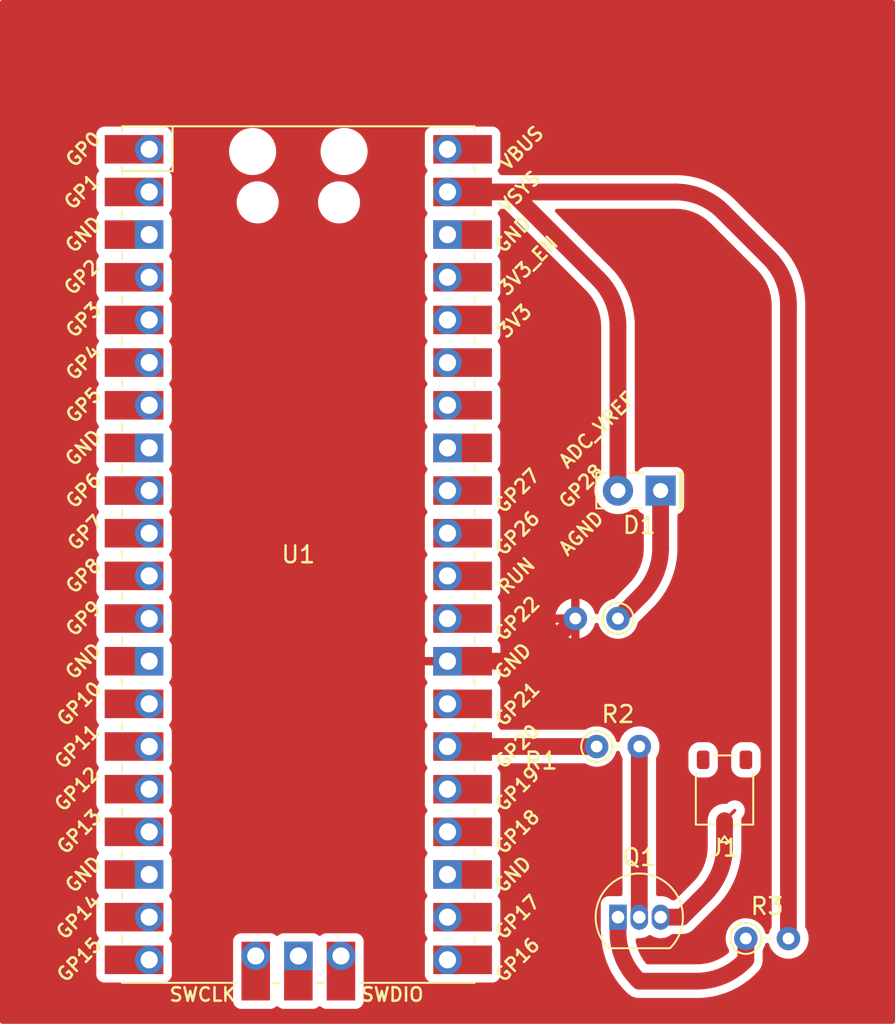
<source format=kicad_pcb>
(kicad_pcb (version 20240108) (generator "pcbnew") (generator_version "8.0")
  (layers (0 "F.Cu" signal) (31 "B.Cu" signal) (34 "B.Paste" user) (35 "F.Paste" user) (36 "B.SilkS" user "B.Silkscreen") (37 "F.SilkS" user "F.Silkscreen") (38 "B.Mask" user) (39 "F.Mask" user) (44 "Edge.Cuts" user))
  (net 0 "")
  (net 1 "Net-(J1-Pin_1)")
  (net 2 "Net-(Q1-B)")
  (net 3 "Net-(U1-GPIO20)")
  (net 33 "Net-(D1-K)")
  (net 44 "VCC")
  (net 45 "GND")
  (net 48 "Net-(Q1-C)")
  (footprint "LED_THT:LED_Rectangular_W5.0mm_H2.0mm" (layer "F.Cu") (at 100.33 109.22 180)
    (property "Reference" "D1" (at 1.27 -2.06 180) (layer "F.SilkS"))
    (property "Value" "LED")
    (fp_line (start 3.83 -1.06) (end 3.83 1.06) (stroke (width 0.12)) (layer "F.SilkS"))
    (fp_line (start 3.27 1.06) (end 3.83 1.06) (stroke (width 0.12)) (layer "F.SilkS"))
    (fp_line (start 3.27 -1.06) (end 3.83 -1.06) (stroke (width 0.12)) (layer "F.SilkS"))
    (fp_line (start 1.08 1.06) (end 1.811 1.06) (stroke (width 0.12)) (layer "F.SilkS"))
    (fp_line (start 1.08 -1.06) (end 1.811 -1.06) (stroke (width 0.12)) (layer "F.SilkS"))
    (fp_line (start -1.17 -1.06) (end -1.17 1.06) (stroke (width 0.12)) (layer "F.SilkS"))
    (fp_line (start -1.29 1.06) (end -1.08 1.06) (stroke (width 0.12)) (layer "F.SilkS"))
    (fp_line (start -1.29 -1.06) (end -1.08 -1.06) (stroke (width 0.12)) (layer "F.SilkS"))
    (fp_line (start -1.29 -1.06) (end -1.29 1.06) (stroke (width 0.12)) (layer "F.SilkS"))
    (pad "1" thru_hole rect (at 0 0 180) (size 1.8 1.8) (drill 0.9) (layers "*.Cu" "*.Mask") (net 33 "Net-(D1-K)"))
    (pad "2" thru_hole circle (at 2.54 0 180) (size 1.8 1.8) (drill 0.9) (layers "*.Cu" "*.Mask") (net 44 "VCC"))
  )
  (footprint "Resistor_THT:R_Axial_DIN0204_L3.6mm_D1.6mm_P2.54mm_Vertical" (layer "F.Cu") (at 96.52 124.46)
    (property "Reference" "R2" (at 1.27 -1.92 0) (layer "F.SilkS"))
    (property "Value" "R1k")
    (fp_line (start 0.92 0) (end 1.54 0) (stroke (width 0.12)) (layer "F.SilkS"))
    (fp_circle (center 0 0) (end 0.92 0) (stroke (width 0.12)) (fill none) (layer "F.SilkS"))
    (pad "1" thru_hole circle (at 0 0) (size 1.4 1.4) (drill 0.7) (layers "*.Cu" "*.Mask") (net 3 "Net-(U1-GPIO20)"))
    (pad "2" thru_hole oval (at 2.54 0) (size 1.4 1.4) (drill 0.7) (layers "*.Cu" "*.Mask") (net 2 "Net-(Q1-B)"))
  )
  (footprint "Package_TO_SOT_THT:TO-92_Inline" (layer "F.Cu") (at 97.79 134.62)
    (property "Reference" "Q1" (at 1.27 -3.56 0) (layer "F.SilkS"))
    (property "Value" "BC414" (hide yes))
    (fp_line (start -0.53 1.85) (end 3.07 1.85) (stroke (width 0.12)) (layer "F.SilkS"))
    (fp_arc (start -0.568478 1.838478) (mid -1.132087 -0.994977) (end 1.27 -2.6) (stroke (width 0.12)) (layer "F.SilkS"))
    (fp_arc (start 1.27 -2.6) (mid 3.672087 -0.994977) (end 3.108478 1.838478) (stroke (width 0.12)) (layer "F.SilkS"))
    (pad "1" thru_hole rect (at 0 0) (size 1.05 1.5) (drill 0.75) (layers "*.Cu" "*.Mask") (net 48 "Net-(Q1-C)"))
    (pad "2" thru_hole oval (at 1.27 0) (size 1.05 1.5) (drill 0.75) (layers "*.Cu" "*.Mask") (net 2 "Net-(Q1-B)"))
    (pad "3" thru_hole oval (at 2.54 0) (size 1.05 1.5) (drill 0.75) (layers "*.Cu" "*.Mask") (net 1 "Net-(J1-Pin_1)"))
  )
  (footprint "Resistor_THT:R_Axial_DIN0204_L3.6mm_D1.6mm_P2.54mm_Vertical" (layer "F.Cu") (at 105.41 135.89)
    (property "Reference" "R3" (at 1.27 -1.92 0) (layer "F.SilkS"))
    (property "Value" "R1k")
    (fp_line (start 0.92 0) (end 1.54 0) (stroke (width 0.12)) (layer "F.SilkS"))
    (fp_circle (center 0 0) (end 0.92 0) (stroke (width 0.12)) (fill none) (layer "F.SilkS"))
    (pad "1" thru_hole circle (at 0 0) (size 1.4 1.4) (drill 0.7) (layers "*.Cu" "*.Mask") (net 48 "Net-(Q1-C)"))
    (pad "2" thru_hole oval (at 2.54 0) (size 1.4 1.4) (drill 0.7) (layers "*.Cu" "*.Mask") (net 44 "VCC"))
  )
  (footprint "MCU_RaspberryPi_and_Boards:RPi_Pico_SMD_TH" (layer "F.Cu") (at 78.74 113.03)
    (property "Reference" "U1" (at 0 0 0) (layer "F.SilkS"))
    (property "Value" "Pico")
    (fp_line (start -10.5 -25.5) (end -10.5 -25.2) (stroke (width 0.12)) (layer "F.SilkS"))
    (fp_line (start -10.5 -25.5) (end 10.5 -25.5) (stroke (width 0.12)) (layer "F.SilkS"))
    (fp_line (start -10.5 -23.1) (end -10.5 -22.7) (stroke (width 0.12)) (layer "F.SilkS"))
    (fp_line (start -10.5 -22.833) (end -7.493 -22.833) (stroke (width 0.12)) (layer "F.SilkS"))
    (fp_line (start -10.5 -20.5) (end -10.5 -20.1) (stroke (width 0.12)) (layer "F.SilkS"))
    (fp_line (start -10.5 -18) (end -10.5 -17.6) (stroke (width 0.12)) (layer "F.SilkS"))
    (fp_line (start -10.5 -15.4) (end -10.5 -15) (stroke (width 0.12)) (layer "F.SilkS"))
    (fp_line (start -10.5 -12.9) (end -10.5 -12.5) (stroke (width 0.12)) (layer "F.SilkS"))
    (fp_line (start -10.5 -10.4) (end -10.5 -10) (stroke (width 0.12)) (layer "F.SilkS"))
    (fp_line (start -10.5 -7.8) (end -10.5 -7.4) (stroke (width 0.12)) (layer "F.SilkS"))
    (fp_line (start -10.5 -5.3) (end -10.5 -4.9) (stroke (width 0.12)) (layer "F.SilkS"))
    (fp_line (start -10.5 -2.7) (end -10.5 -2.3) (stroke (width 0.12)) (layer "F.SilkS"))
    (fp_line (start -10.5 -0.2) (end -10.5 0.2) (stroke (width 0.12)) (layer "F.SilkS"))
    (fp_line (start -10.5 2.3) (end -10.5 2.7) (stroke (width 0.12)) (layer "F.SilkS"))
    (fp_line (start -10.5 4.9) (end -10.5 5.3) (stroke (width 0.12)) (layer "F.SilkS"))
    (fp_line (start -10.5 7.4) (end -10.5 7.8) (stroke (width 0.12)) (layer "F.SilkS"))
    (fp_line (start -10.5 10) (end -10.5 10.4) (stroke (width 0.12)) (layer "F.SilkS"))
    (fp_line (start -10.5 12.5) (end -10.5 12.9) (stroke (width 0.12)) (layer "F.SilkS"))
    (fp_line (start -10.5 15.1) (end -10.5 15.5) (stroke (width 0.12)) (layer "F.SilkS"))
    (fp_line (start -10.5 17.6) (end -10.5 18) (stroke (width 0.12)) (layer "F.SilkS"))
    (fp_line (start -10.5 20.1) (end -10.5 20.5) (stroke (width 0.12)) (layer "F.SilkS"))
    (fp_line (start -10.5 22.7) (end -10.5 23.1) (stroke (width 0.12)) (layer "F.SilkS"))
    (fp_line (start -7.493 -22.833) (end -7.493 -25.5) (stroke (width 0.12)) (layer "F.SilkS"))
    (fp_line (start -3.7 25.5) (end -10.5 25.5) (stroke (width 0.12)) (layer "F.SilkS"))
    (fp_line (start -1.5 25.5) (end -1.1 25.5) (stroke (width 0.12)) (layer "F.SilkS"))
    (fp_line (start 1.1 25.5) (end 1.5 25.5) (stroke (width 0.12)) (layer "F.SilkS"))
    (fp_line (start 10.5 -25.5) (end 10.5 -25.2) (stroke (width 0.12)) (layer "F.SilkS"))
    (fp_line (start 10.5 -23.1) (end 10.5 -22.7) (stroke (width 0.12)) (layer "F.SilkS"))
    (fp_line (start 10.5 -20.5) (end 10.5 -20.1) (stroke (width 0.12)) (layer "F.SilkS"))
    (fp_line (start 10.5 -18) (end 10.5 -17.6) (stroke (width 0.12)) (layer "F.SilkS"))
    (fp_line (start 10.5 -15.4) (end 10.5 -15) (stroke (width 0.12)) (layer "F.SilkS"))
    (fp_line (start 10.5 -12.9) (end 10.5 -12.5) (stroke (width 0.12)) (layer "F.SilkS"))
    (fp_line (start 10.5 -10.4) (end 10.5 -10) (stroke (width 0.12)) (layer "F.SilkS"))
    (fp_line (start 10.5 -7.8) (end 10.5 -7.4) (stroke (width 0.12)) (layer "F.SilkS"))
    (fp_line (start 10.5 -5.3) (end 10.5 -4.9) (stroke (width 0.12)) (layer "F.SilkS"))
    (fp_line (start 10.5 -2.7) (end 10.5 -2.3) (stroke (width 0.12)) (layer "F.SilkS"))
    (fp_line (start 10.5 -0.2) (end 10.5 0.2) (stroke (width 0.12)) (layer "F.SilkS"))
    (fp_line (start 10.5 2.3) (end 10.5 2.7) (stroke (width 0.12)) (layer "F.SilkS"))
    (fp_line (start 10.5 4.9) (end 10.5 5.3) (stroke (width 0.12)) (layer "F.SilkS"))
    (fp_line (start 10.5 7.4) (end 10.5 7.8) (stroke (width 0.12)) (layer "F.SilkS"))
    (fp_line (start 10.5 10) (end 10.5 10.4) (stroke (width 0.12)) (layer "F.SilkS"))
    (fp_line (start 10.5 12.5) (end 10.5 12.9) (stroke (width 0.12)) (layer "F.SilkS"))
    (fp_line (start 10.5 15.1) (end 10.5 15.5) (stroke (width 0.12)) (layer "F.SilkS"))
    (fp_line (start 10.5 17.6) (end 10.5 18) (stroke (width 0.12)) (layer "F.SilkS"))
    (fp_line (start 10.5 20.1) (end 10.5 20.5) (stroke (width 0.12)) (layer "F.SilkS"))
    (fp_line (start 10.5 22.7) (end 10.5 23.1) (stroke (width 0.12)) (layer "F.SilkS"))
    (fp_line (start 10.5 25.5) (end 3.7 25.5) (stroke (width 0.12)) (layer "F.SilkS"))
    (fp_text user "GP8" (at -12.8 1.27 45) (layer "F.SilkS") (effects (font (size 0.8 0.8))))
    (fp_text user "VSYS" (at 13.2 -21.59 45) (layer "F.SilkS") (effects (font (size 0.8 0.8))))
    (fp_text user "GP13" (at -13.054 16.51 45) (layer "F.SilkS") (effects (font (size 0.8 0.8))))
    (fp_text user "GP5" (at -12.8 -8.89 45) (layer "F.SilkS") (effects (font (size 0.8 0.8))))
    (fp_text user "3V3_EN" (at 13.7 -17.2 45) (layer "F.SilkS") (effects (font (size 0.8 0.8))))
    (fp_text user "GP19" (at 13.054 13.97 45) (layer "F.SilkS") (effects (font (size 0.8 0.8))))
    (fp_text user "GP15" (at -13.054 24.13 45) (layer "F.SilkS") (effects (font (size 0.8 0.8))))
    (fp_text user "GP4" (at -12.8 -11.43 45) (layer "F.SilkS") (effects (font (size 0.8 0.8))))
    (fp_text user "GP18" (at 13.054 16.51 45) (layer "F.SilkS") (effects (font (size 0.8 0.8))))
    (fp_text user "GP22" (at 13.054 3.81 45) (layer "F.SilkS") (effects (font (size 0.8 0.8))))
    (fp_text user "GP10" (at -13.054 8.89 45) (layer "F.SilkS") (effects (font (size 0.8 0.8))))
    (fp_text user "3V3" (at 12.9 -13.9 45) (layer "F.SilkS") (effects (font (size 0.8 0.8))))
    (fp_text user "GND" (at 12.8 6.35 45) (layer "F.SilkS") (effects (font (size 0.8 0.8))))
    (fp_text user "GP3" (at -12.8 -13.97 45) (layer "F.SilkS") (effects (font (size 0.8 0.8))))
    (fp_text user "GND" (at -12.8 6.35 45) (layer "F.SilkS") (effects (font (size 0.8 0.8))))
    (fp_text user "VBUS" (at 13.3 -24.2 45) (layer "F.SilkS") (effects (font (size 0.8 0.8))))
    (fp_text user "GP21" (at 13.054 8.9 45) (layer "F.SilkS") (effects (font (size 0.8 0.8))))
    (fp_text user "GP1" (at -12.9 -21.6 45) (layer "F.SilkS") (effects (font (size 0.8 0.8))))
    (fp_text user "GP2" (at -12.9 -16.51 45) (layer "F.SilkS") (effects (font (size 0.8 0.8))))
    (fp_text user "GP7" (at -12.7 -1.3 45) (layer "F.SilkS") (effects (font (size 0.8 0.8))))
    (fp_text user "GP6" (at -12.8 -3.81 45) (layer "F.SilkS") (effects (font (size 0.8 0.8))))
    (fp_text user "GP20" (at 13.054 11.43 45) (layer "F.SilkS") (effects (font (size 0.8 0.8))))
    (fp_text user "GND" (at -12.8 -19.05 45) (layer "F.SilkS") (effects (font (size 0.8 0.8))))
    (fp_text user "SWDIO" (at 5.6 26.2 0) (layer "F.SilkS") (effects (font (size 0.8 0.8))))
    (fp_text user "RUN" (at 13 1.27 45) (layer "F.SilkS") (effects (font (size 0.8 0.8))))
    (fp_text user "GP16" (at 13.054 24.13 45) (layer "F.SilkS") (effects (font (size 0.8 0.8))))
    (fp_text user "ADC_VREF" (at 17.81 -7.42 45) (layer "F.SilkS") (effects (font (size 0.8 0.8))))
    (fp_text user "GP27" (at 13.054 -3.8 45) (layer "F.SilkS") (effects (font (size 0.8 0.8))))
    (fp_text user "GP9" (at -12.8 3.81 45) (layer "F.SilkS") (effects (font (size 0.8 0.8))))
    (fp_text user "GP11" (at -13.2 11.43 45) (layer "F.SilkS") (effects (font (size 0.8 0.8))))
    (fp_text user "GP17" (at 13.054 21.59 45) (layer "F.SilkS") (effects (font (size 0.8 0.8))))
    (fp_text user "GP26" (at 13.054 -1.27 45) (layer "F.SilkS") (effects (font (size 0.8 0.8))))
    (fp_text user "SWCLK" (at -5.7 26.2 0) (layer "F.SilkS") (effects (font (size 0.8 0.8))))
    (fp_text user "GP28" (at 16.864 -4.064 45) (layer "F.SilkS") (effects (font (size 0.8 0.8))))
    (fp_text user "GND" (at -12.8 19.05 45) (layer "F.SilkS") (effects (font (size 0.8 0.8))))
    (fp_text user "AGND" (at 16.864 -1.27 45) (layer "F.SilkS") (effects (font (size 0.8 0.8))))
    (fp_text user "GP0" (at -12.8 -24.13 45) (layer "F.SilkS") (effects (font (size 0.8 0.8))))
    (fp_text user "GND" (at 12.8 -19.05 45) (layer "F.SilkS") (effects (font (size 0.8 0.8))))
    (fp_text user "GP14" (at -13.1 21.59 45) (layer "F.SilkS") (effects (font (size 0.8 0.8))))
    (fp_text user "GND" (at 12.8 19.05 45) (layer "F.SilkS") (effects (font (size 0.8 0.8))))
    (fp_text user "GP12" (at -13.2 13.97 45) (layer "F.SilkS") (effects (font (size 0.8 0.8))))
    (fp_text user "GND" (at -12.8 -6.35 45) (layer "F.SilkS") (effects (font (size 0.8 0.8))))
    (pad "" np_thru_hole oval (at -2.725 -24) (size 1.8 1.8) (drill 1.8) (layers "*.Cu" "*.Mask"))
    (pad "" np_thru_hole oval (at -2.425 -20.97) (size 1.5 1.5) (drill 1.5) (layers "*.Cu" "*.Mask"))
    (pad "" np_thru_hole oval (at 2.425 -20.97) (size 1.5 1.5) (drill 1.5) (layers "*.Cu" "*.Mask"))
    (pad "" np_thru_hole oval (at 2.725 -24) (size 1.8 1.8) (drill 1.8) (layers "*.Cu" "*.Mask"))
    (pad "1" thru_hole oval (at -8.89 -24.13) (size 1.7 1.7) (drill 1.02) (layers "*.Cu" "*.Mask"))
    (pad "1" smd rect (at -8.89 -24.13) (size 3.5 1.7) (drill (offset -0.9 0)) (layers "F.Cu" "F.Mask"))
    (pad "2" thru_hole oval (at -8.89 -21.59) (size 1.7 1.7) (drill 1.02) (layers "*.Cu" "*.Mask"))
    (pad "2" smd rect (at -8.89 -21.59) (size 3.5 1.7) (drill (offset -0.9 0)) (layers "F.Cu" "F.Mask"))
    (pad "3" thru_hole rect (at -8.89 -19.05) (size 1.7 1.7) (drill 1.02) (layers "*.Cu" "*.Mask"))
    (pad "3" smd rect (at -8.89 -19.05) (size 3.5 1.7) (drill (offset -0.9 0)) (layers "F.Cu" "F.Mask"))
    (pad "4" thru_hole oval (at -8.89 -16.51) (size 1.7 1.7) (drill 1.02) (layers "*.Cu" "*.Mask"))
    (pad "4" smd rect (at -8.89 -16.51) (size 3.5 1.7) (drill (offset -0.9 0)) (layers "F.Cu" "F.Mask"))
    (pad "5" thru_hole oval (at -8.89 -13.97) (size 1.7 1.7) (drill 1.02) (layers "*.Cu" "*.Mask"))
    (pad "5" smd rect (at -8.89 -13.97) (size 3.5 1.7) (drill (offset -0.9 0)) (layers "F.Cu" "F.Mask"))
    (pad "6" thru_hole oval (at -8.89 -11.43) (size 1.7 1.7) (drill 1.02) (layers "*.Cu" "*.Mask"))
    (pad "6" smd rect (at -8.89 -11.43) (size 3.5 1.7) (drill (offset -0.9 0)) (layers "F.Cu" "F.Mask"))
    (pad "7" thru_hole oval (at -8.89 -8.89) (size 1.7 1.7) (drill 1.02) (layers "*.Cu" "*.Mask"))
    (pad "7" smd rect (at -8.89 -8.89) (size 3.5 1.7) (drill (offset -0.9 0)) (layers "F.Cu" "F.Mask"))
    (pad "8" thru_hole rect (at -8.89 -6.35) (size 1.7 1.7) (drill 1.02) (layers "*.Cu" "*.Mask"))
    (pad "8" smd rect (at -8.89 -6.35) (size 3.5 1.7) (drill (offset -0.9 0)) (layers "F.Cu" "F.Mask"))
    (pad "9" thru_hole oval (at -8.89 -3.81) (size 1.7 1.7) (drill 1.02) (layers "*.Cu" "*.Mask"))
    (pad "9" smd rect (at -8.89 -3.81) (size 3.5 1.7) (drill (offset -0.9 0)) (layers "F.Cu" "F.Mask"))
    (pad "10" thru_hole oval (at -8.89 -1.27) (size 1.7 1.7) (drill 1.02) (layers "*.Cu" "*.Mask"))
    (pad "10" smd rect (at -8.89 -1.27) (size 3.5 1.7) (drill (offset -0.9 0)) (layers "F.Cu" "F.Mask"))
    (pad "11" thru_hole oval (at -8.89 1.27) (size 1.7 1.7) (drill 1.02) (layers "*.Cu" "*.Mask"))
    (pad "11" smd rect (at -8.89 1.27) (size 3.5 1.7) (drill (offset -0.9 0)) (layers "F.Cu" "F.Mask"))
    (pad "12" thru_hole oval (at -8.89 3.81) (size 1.7 1.7) (drill 1.02) (layers "*.Cu" "*.Mask"))
    (pad "12" smd rect (at -8.89 3.81) (size 3.5 1.7) (drill (offset -0.9 0)) (layers "F.Cu" "F.Mask"))
    (pad "13" thru_hole rect (at -8.89 6.35) (size 1.7 1.7) (drill 1.02) (layers "*.Cu" "*.Mask"))
    (pad "13" smd rect (at -8.89 6.35) (size 3.5 1.7) (drill (offset -0.9 0)) (layers "F.Cu" "F.Mask"))
    (pad "14" thru_hole oval (at -8.89 8.89) (size 1.7 1.7) (drill 1.02) (layers "*.Cu" "*.Mask"))
    (pad "14" smd rect (at -8.89 8.89) (size 3.5 1.7) (drill (offset -0.9 0)) (layers "F.Cu" "F.Mask"))
    (pad "15" thru_hole oval (at -8.89 11.43) (size 1.7 1.7) (drill 1.02) (layers "*.Cu" "*.Mask"))
    (pad "15" smd rect (at -8.89 11.43) (size 3.5 1.7) (drill (offset -0.9 0)) (layers "F.Cu" "F.Mask"))
    (pad "16" thru_hole oval (at -8.89 13.97) (size 1.7 1.7) (drill 1.02) (layers "*.Cu" "*.Mask"))
    (pad "16" smd rect (at -8.89 13.97) (size 3.5 1.7) (drill (offset -0.9 0)) (layers "F.Cu" "F.Mask"))
    (pad "17" thru_hole oval (at -8.89 16.51) (size 1.7 1.7) (drill 1.02) (layers "*.Cu" "*.Mask"))
    (pad "17" smd rect (at -8.89 16.51) (size 3.5 1.7) (drill (offset -0.9 0)) (layers "F.Cu" "F.Mask"))
    (pad "18" thru_hole rect (at -8.89 19.05) (size 1.7 1.7) (drill 1.02) (layers "*.Cu" "*.Mask"))
    (pad "18" smd rect (at -8.89 19.05) (size 3.5 1.7) (drill (offset -0.9 0)) (layers "F.Cu" "F.Mask"))
    (pad "19" thru_hole oval (at -8.89 21.59) (size 1.7 1.7) (drill 1.02) (layers "*.Cu" "*.Mask"))
    (pad "19" smd rect (at -8.89 21.59) (size 3.5 1.7) (drill (offset -0.9 0)) (layers "F.Cu" "F.Mask"))
    (pad "20" thru_hole oval (at -8.89 24.13) (size 1.7 1.7) (drill 1.02) (layers "*.Cu" "*.Mask"))
    (pad "20" smd rect (at -8.89 24.13) (size 3.5 1.7) (drill (offset -0.9 0)) (layers "F.Cu" "F.Mask"))
    (pad "21" thru_hole oval (at 8.89 24.13) (size 1.7 1.7) (drill 1.02) (layers "*.Cu" "*.Mask"))
    (pad "21" smd rect (at 8.89 24.13) (size 3.5 1.7) (drill (offset 0.9 0)) (layers "F.Cu" "F.Mask"))
    (pad "22" thru_hole oval (at 8.89 21.59) (size 1.7 1.7) (drill 1.02) (layers "*.Cu" "*.Mask"))
    (pad "22" smd rect (at 8.89 21.59) (size 3.5 1.7) (drill (offset 0.9 0)) (layers "F.Cu" "F.Mask"))
    (pad "23" thru_hole rect (at 8.89 19.05) (size 1.7 1.7) (drill 1.02) (layers "*.Cu" "*.Mask"))
    (pad "23" smd rect (at 8.89 19.05) (size 3.5 1.7) (drill (offset 0.9 0)) (layers "F.Cu" "F.Mask"))
    (pad "24" thru_hole oval (at 8.89 16.51) (size 1.7 1.7) (drill 1.02) (layers "*.Cu" "*.Mask"))
    (pad "24" smd rect (at 8.89 16.51) (size 3.5 1.7) (drill (offset 0.9 0)) (layers "F.Cu" "F.Mask"))
    (pad "25" thru_hole oval (at 8.89 13.97) (size 1.7 1.7) (drill 1.02) (layers "*.Cu" "*.Mask"))
    (pad "25" smd rect (at 8.89 13.97) (size 3.5 1.7) (drill (offset 0.9 0)) (layers "F.Cu" "F.Mask"))
    (pad "26" thru_hole oval (at 8.89 11.43) (size 1.7 1.7) (drill 1.02) (layers "*.Cu" "*.Mask") (net 3 "Net-(U1-GPIO20)"))
    (pad "26" smd rect (at 8.89 11.43) (size 3.5 1.7) (drill (offset 0.9 0)) (layers "F.Cu" "F.Mask") (net 3 "Net-(U1-GPIO20)"))
    (pad "27" thru_hole oval (at 8.89 8.89) (size 1.7 1.7) (drill 1.02) (layers "*.Cu" "*.Mask"))
    (pad "27" smd rect (at 8.89 8.89) (size 3.5 1.7) (drill (offset 0.9 0)) (layers "F.Cu" "F.Mask"))
    (pad "28" thru_hole rect (at 8.89 6.35) (size 1.7 1.7) (drill 1.02) (layers "*.Cu" "*.Mask") (net 45 "GND"))
    (pad "28" smd rect (at 8.89 6.35) (size 3.5 1.7) (drill (offset 0.9 0)) (layers "F.Cu" "F.Mask") (net 45 "GND"))
    (pad "29" thru_hole oval (at 8.89 3.81) (size 1.7 1.7) (drill 1.02) (layers "*.Cu" "*.Mask"))
    (pad "29" smd rect (at 8.89 3.81) (size 3.5 1.7) (drill (offset 0.9 0)) (layers "F.Cu" "F.Mask"))
    (pad "30" thru_hole oval (at 8.89 1.27) (size 1.7 1.7) (drill 1.02) (layers "*.Cu" "*.Mask"))
    (pad "30" smd rect (at 8.89 1.27) (size 3.5 1.7) (drill (offset 0.9 0)) (layers "F.Cu" "F.Mask"))
    (pad "31" thru_hole oval (at 8.89 -1.27) (size 1.7 1.7) (drill 1.02) (layers "*.Cu" "*.Mask"))
    (pad "31" smd rect (at 8.89 -1.27) (size 3.5 1.7) (drill (offset 0.9 0)) (layers "F.Cu" "F.Mask"))
    (pad "32" thru_hole oval (at 8.89 -3.81) (size 1.7 1.7) (drill 1.02) (layers "*.Cu" "*.Mask"))
    (pad "32" smd rect (at 8.89 -3.81) (size 3.5 1.7) (drill (offset 0.9 0)) (layers "F.Cu" "F.Mask"))
    (pad "33" thru_hole rect (at 8.89 -6.35) (size 1.7 1.7) (drill 1.02) (layers "*.Cu" "*.Mask"))
    (pad "33" smd rect (at 8.89 -6.35) (size 3.5 1.7) (drill (offset 0.9 0)) (layers "F.Cu" "F.Mask"))
    (pad "34" thru_hole oval (at 8.89 -8.89) (size 1.7 1.7) (drill 1.02) (layers "*.Cu" "*.Mask"))
    (pad "34" smd rect (at 8.89 -8.89) (size 3.5 1.7) (drill (offset 0.9 0)) (layers "F.Cu" "F.Mask"))
    (pad "35" thru_hole oval (at 8.89 -11.43) (size 1.7 1.7) (drill 1.02) (layers "*.Cu" "*.Mask"))
    (pad "35" smd rect (at 8.89 -11.43) (size 3.5 1.7) (drill (offset 0.9 0)) (layers "F.Cu" "F.Mask"))
    (pad "36" thru_hole oval (at 8.89 -13.97) (size 1.7 1.7) (drill 1.02) (layers "*.Cu" "*.Mask"))
    (pad "36" smd rect (at 8.89 -13.97) (size 3.5 1.7) (drill (offset 0.9 0)) (layers "F.Cu" "F.Mask"))
    (pad "37" thru_hole oval (at 8.89 -16.51) (size 1.7 1.7) (drill 1.02) (layers "*.Cu" "*.Mask"))
    (pad "37" smd rect (at 8.89 -16.51) (size 3.5 1.7) (drill (offset 0.9 0)) (layers "F.Cu" "F.Mask"))
    (pad "38" thru_hole rect (at 8.89 -19.05) (size 1.7 1.7) (drill 1.02) (layers "*.Cu" "*.Mask"))
    (pad "38" smd rect (at 8.89 -19.05) (size 3.5 1.7) (drill (offset 0.9 0)) (layers "F.Cu" "F.Mask"))
    (pad "39" thru_hole oval (at 8.89 -21.59) (size 1.7 1.7) (drill 1.02) (layers "*.Cu" "*.Mask") (net 44 "VCC"))
    (pad "39" smd rect (at 8.89 -21.59) (size 3.5 1.7) (drill (offset 0.9 0)) (layers "F.Cu" "F.Mask") (net 44 "VCC"))
    (pad "40" thru_hole oval (at 8.89 -24.13) (size 1.7 1.7) (drill 1.02) (layers "*.Cu" "*.Mask"))
    (pad "40" smd rect (at 8.89 -24.13) (size 3.5 1.7) (drill (offset 0.9 0)) (layers "F.Cu" "F.Mask"))
    (pad "41" thru_hole oval (at -2.54 23.9) (size 1.7 1.7) (drill 1.02) (layers "*.Cu" "*.Mask"))
    (pad "41" smd rect (at -2.54 23.9 90) (size 3.5 1.7) (drill (offset -0.9 0)) (layers "F.Cu" "F.Mask"))
    (pad "42" thru_hole rect (at 0 23.9) (size 1.7 1.7) (drill 1.02) (layers "*.Cu" "*.Mask"))
    (pad "42" smd rect (at 0 23.9 90) (size 3.5 1.7) (drill (offset -0.9 0)) (layers "F.Cu" "F.Mask"))
    (pad "43" thru_hole oval (at 2.54 23.9) (size 1.7 1.7) (drill 1.02) (layers "*.Cu" "*.Mask"))
    (pad "43" smd rect (at 2.54 23.9 90) (size 3.5 1.7) (drill (offset -0.9 0)) (layers "F.Cu" "F.Mask"))
  )
  (footprint "Connector_JST:JST_ACH_BM01B-ACHSS-A-GAN-ETF_1x01-1MP_P1.20mm_Vertical" (layer "F.Cu") (at 104.14 127 180)
    (property "Reference" "J1" (at 0 -3.5 180) (layer "F.SilkS"))
    (property "Value" "Conn_01x01_MountingPin")
    (fp_line (start 1.71 0.94) (end 1.71 -2.11) (stroke (width 0.12)) (layer "F.SilkS"))
    (fp_line (start 1.71 -2.11) (end 0.56 -2.11) (stroke (width 0.12)) (layer "F.SilkS"))
    (fp_line (start 0.25 -3.153553) (end -0.25 -3.153553) (stroke (width 0.12)) (layer "F.SilkS"))
    (fp_line (start 0 -2.8) (end 0.25 -3.153553) (stroke (width 0.12)) (layer "F.SilkS"))
    (fp_line (start -0.25 -3.153553) (end 0 -2.8) (stroke (width 0.12)) (layer "F.SilkS"))
    (fp_line (start -0.56 -2.11) (end -0.56 -2.3) (stroke (width 0.12)) (layer "F.SilkS"))
    (fp_line (start -0.64 2.01) (end 0.64 2.01) (stroke (width 0.12)) (layer "F.SilkS"))
    (fp_line (start -1.71 0.94) (end -1.71 -2.11) (stroke (width 0.12)) (layer "F.SilkS"))
    (fp_line (start -1.71 -2.11) (end -0.56 -2.11) (stroke (width 0.12)) (layer "F.SilkS"))
    (pad "1" smd roundrect (at 0 -1.875 180) (size 0.6 0.85) (layers "F.Cu" "F.Paste" "F.Mask") (net 1 "Net-(J1-Pin_1)"))
    (pad "MP" smd roundrect (at -1.275 1.75 180) (size 0.75 1.1) (layers "F.Cu" "F.Paste" "F.Mask"))
    (pad "MP" smd roundrect (at 1.275 1.75 180) (size 0.75 1.1) (layers "F.Cu" "F.Paste" "F.Mask"))
  )
  (footprint "Resistor_THT:R_Axial_DIN0204_L3.6mm_D1.6mm_P2.54mm_Vertical" (layer "F.Cu") (at 97.79 116.84 180)
    (property "Reference" "R1" (at 4.58 -8.47 180) (layer "F.SilkS"))
    (property "Value" "R220")
    (fp_line (start 0.92 0) (end 1.54 0) (stroke (width 0.12)) (layer "F.SilkS"))
    (fp_circle (center 0 0) (end 0.92 0) (stroke (width 0.12)) (fill none) (layer "F.SilkS"))
    (pad "1" thru_hole circle (at 0 0 180) (size 1.4 1.4) (drill 0.7) (layers "*.Cu" "*.Mask") (net 33 "Net-(D1-K)"))
    (pad "2" thru_hole oval (at 2.54 0 180) (size 1.4 1.4) (drill 0.7) (layers "*.Cu" "*.Mask") (net 45 "GND"))
  )
  (segment (start 104.14 128.875) (end 104.745 128.27) (width 0.2) (layer "F.Cu") (net 1))
  (segment (start 100.33 134.62) (end 101.6 134.62) (width 1) (layer "F.Cu") (net 1))
  (segment (start 101.6 134.62) (end 102.968427 133.251573) (width 1) (layer "F.Cu") (net 1))
  (segment (start 104.14 130.423146) (end 104.14 128.875) (width 1) (layer "F.Cu") (net 1))
  (arc (start 104.14 130.423146) (mid 103.835518 131.95388) (end 102.968427 133.251573) (width 1) (layer "F.Cu") (net 1))
  (segment (start 99.06 124.46) (end 99.06 134.62) (width 1) (layer "F.Cu") (net 2))
  (segment (start 87.63 124.46) (end 96.52 124.46) (width 1) (layer "F.Cu") (net 3))
  (segment (start 100.33 112.643146) (end 100.33 109.22) (width 1) (layer "F.Cu") (net 33))
  (segment (start 97.79 116.84) (end 99.158427 115.471573) (width 1) (layer "F.Cu") (net 33))
  (arc (start 100.33 112.643146) (mid 100.025518 114.17388) (end 99.158427 115.471573) (width 1) (layer "F.Cu") (net 33))
  (segment (start 107.95 135.89) (end 107.95 98.176854) (width 1) (layer "F.Cu") (net 44))
  (segment (start 101.213146 91.44) (end 87.63 91.44) (width 1) (layer "F.Cu") (net 44))
  (segment (start 97.79 109.22) (end 97.79 99.446854) (width 1) (layer "F.Cu") (net 44))
  (segment (start 91.44 91.44) (end 87.63 91.44) (width 0.2) (layer "F.Cu") (net 44))
  (segment (start 96.618427 96.618427) (end 91.44 91.44) (width 1) (layer "F.Cu") (net 44))
  (segment (start 106.778427 95.348427) (end 104.041573 92.611573) (width 1) (layer "F.Cu") (net 44))
  (arc (start 106.778427 95.348427) (mid 107.645518 96.64612) (end 107.95 98.176854) (width 1) (layer "F.Cu") (net 44))
  (arc (start 101.213146 91.44) (mid 102.74388 91.744482) (end 104.041573 92.611573) (width 1) (layer "F.Cu") (net 44))
  (arc (start 97.79 99.446854) (mid 97.485518 97.91612) (end 96.618427 96.618427) (width 1) (layer "F.Cu") (net 44))
  (segment (start 87.63 119.38) (end 91.053146 119.38) (width 1) (layer "F.Cu") (net 45))
  (segment (start 93.881573 118.208427) (end 95.25 116.84) (width 1) (layer "F.Cu") (net 45))
  (arc (start 91.053146 119.38) (mid 92.58388 119.075518) (end 93.881573 118.208427) (width 1) (layer "F.Cu") (net 45))
  (segment (start 105.41 137.16) (end 105.41 135.89) (width 1) (layer "F.Cu") (net 48))
  (segment (start 98.961573 138.331573) (end 99.06 138.43) (width 1) (layer "F.Cu") (net 48))
  (segment (start 99.06 138.43) (end 102.483146 138.43) (width 1) (layer "F.Cu") (net 48))
  (segment (start 97.79 134.62) (end 97.79 135.503146) (width 1) (layer "F.Cu") (net 48))
  (segment (start 105.311573 137.258427) (end 105.41 137.16) (width 1) (layer "F.Cu") (net 48))
  (arc (start 98.961573 138.331573) (mid 98.094482 137.03388) (end 97.79 135.503146) (width 1) (layer "F.Cu") (net 48))
  (arc (start 102.483146 138.43) (mid 104.01388 138.125518) (end 105.311573 137.258427) (width 1) (layer "F.Cu") (net 48))
  (zone (net 45) (net_name "GND") (layer "F.Cu") (connect_pads (clearance 0.5)) (min_thickness 0.25) (fill yes (thermal_gap 0.5) (thermal_bridge_width 0.5))
    (polygon (pts (xy 60.96 80.01) (xy 60.96 140.97) (xy 114.3 140.97) (xy 114.3 80.01) (xy 63.5 80.01)))
  )
)
</source>
